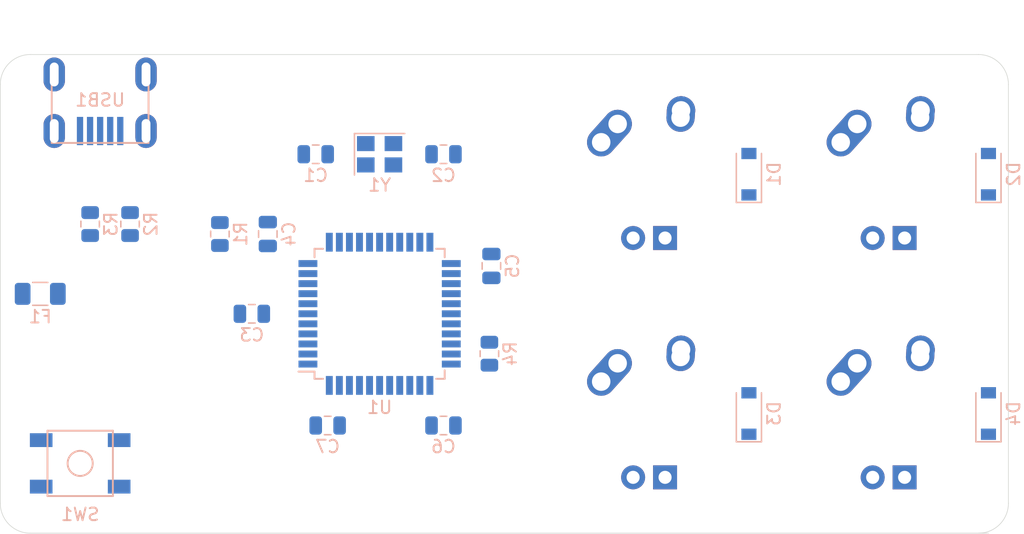
<source format=kicad_pcb>
(kicad_pcb (version 20171130) (host pcbnew "(5.1.4)-1")

  (general
    (thickness 1.6)
    (drawings 8)
    (tracks 0)
    (zones 0)
    (modules 24)
    (nets 49)
  )

  (page A4)
  (layers
    (0 F.Cu signal)
    (31 B.Cu signal)
    (32 B.Adhes user)
    (33 F.Adhes user)
    (34 B.Paste user)
    (35 F.Paste user)
    (36 B.SilkS user)
    (37 F.SilkS user)
    (38 B.Mask user)
    (39 F.Mask user)
    (40 Dwgs.User user)
    (41 Cmts.User user)
    (42 Eco1.User user)
    (43 Eco2.User user)
    (44 Edge.Cuts user)
    (45 Margin user)
    (46 B.CrtYd user)
    (47 F.CrtYd user)
    (48 B.Fab user)
    (49 F.Fab user)
  )

  (setup
    (last_trace_width 0.254)
    (trace_clearance 0.2)
    (zone_clearance 0.508)
    (zone_45_only no)
    (trace_min 0.2)
    (via_size 0.8)
    (via_drill 0.4)
    (via_min_size 0.4)
    (via_min_drill 0.3)
    (uvia_size 0.3)
    (uvia_drill 0.1)
    (uvias_allowed no)
    (uvia_min_size 0.2)
    (uvia_min_drill 0.1)
    (edge_width 0.05)
    (segment_width 0.2)
    (pcb_text_width 0.3)
    (pcb_text_size 1.5 1.5)
    (mod_edge_width 0.12)
    (mod_text_size 1 1)
    (mod_text_width 0.15)
    (pad_size 1.524 1.524)
    (pad_drill 0.762)
    (pad_to_mask_clearance 0.051)
    (solder_mask_min_width 0.25)
    (aux_axis_origin 0 0)
    (visible_elements 7FFFFFFF)
    (pcbplotparams
      (layerselection 0x010fc_ffffffff)
      (usegerberextensions false)
      (usegerberattributes false)
      (usegerberadvancedattributes false)
      (creategerberjobfile false)
      (excludeedgelayer true)
      (linewidth 0.100000)
      (plotframeref false)
      (viasonmask false)
      (mode 1)
      (useauxorigin false)
      (hpglpennumber 1)
      (hpglpenspeed 20)
      (hpglpendiameter 15.000000)
      (psnegative false)
      (psa4output false)
      (plotreference true)
      (plotvalue true)
      (plotinvisibletext false)
      (padsonsilk false)
      (subtractmaskfromsilk false)
      (outputformat 1)
      (mirror false)
      (drillshape 1)
      (scaleselection 1)
      (outputdirectory ""))
  )

  (net 0 "")
  (net 1 "Net-(C1-Pad2)")
  (net 2 GND)
  (net 3 "Net-(C2-Pad2)")
  (net 4 "Net-(C3-Pad1)")
  (net 5 +5V)
  (net 6 "Net-(D1-Pad2)")
  (net 7 ROW0)
  (net 8 "Net-(D2-Pad2)")
  (net 9 "Net-(D3-Pad2)")
  (net 10 ROW1)
  (net 11 "Net-(D4-Pad2)")
  (net 12 VCC)
  (net 13 COL0)
  (net 14 COL1)
  (net 15 "Net-(R1-Pad2)")
  (net 16 D+)
  (net 17 "Net-(R2-Pad1)")
  (net 18 D-)
  (net 19 "Net-(R3-Pad1)")
  (net 20 "Net-(R4-Pad2)")
  (net 21 "Net-(U1-Pad42)")
  (net 22 "Net-(U1-Pad41)")
  (net 23 "Net-(U1-Pad40)")
  (net 24 "Net-(U1-Pad39)")
  (net 25 "Net-(U1-Pad38)")
  (net 26 "Net-(U1-Pad37)")
  (net 27 "Net-(U1-Pad36)")
  (net 28 "Net-(U1-Pad32)")
  (net 29 "Net-(U1-Pad31)")
  (net 30 "Net-(U1-Pad30)")
  (net 31 "Net-(U1-Pad29)")
  (net 32 "Net-(U1-Pad28)")
  (net 33 "Net-(U1-Pad27)")
  (net 34 "Net-(U1-Pad26)")
  (net 35 "Net-(U1-Pad25)")
  (net 36 "Net-(U1-Pad22)")
  (net 37 "Net-(U1-Pad21)")
  (net 38 "Net-(U1-Pad20)")
  (net 39 "Net-(U1-Pad19)")
  (net 40 "Net-(U1-Pad18)")
  (net 41 "Net-(U1-Pad12)")
  (net 42 "Net-(U1-Pad11)")
  (net 43 "Net-(U1-Pad10)")
  (net 44 "Net-(U1-Pad9)")
  (net 45 "Net-(U1-Pad8)")
  (net 46 "Net-(U1-Pad1)")
  (net 47 "Net-(USB1-Pad6)")
  (net 48 "Net-(USB1-Pad2)")

  (net_class Default "This is the default net class."
    (clearance 0.2)
    (trace_width 0.254)
    (via_dia 0.8)
    (via_drill 0.4)
    (uvia_dia 0.3)
    (uvia_drill 0.1)
    (add_net +5V)
    (add_net COL0)
    (add_net COL1)
    (add_net D+)
    (add_net D-)
    (add_net GND)
    (add_net "Net-(C1-Pad2)")
    (add_net "Net-(C2-Pad2)")
    (add_net "Net-(C3-Pad1)")
    (add_net "Net-(D1-Pad2)")
    (add_net "Net-(D2-Pad2)")
    (add_net "Net-(D3-Pad2)")
    (add_net "Net-(D4-Pad2)")
    (add_net "Net-(R1-Pad2)")
    (add_net "Net-(R2-Pad1)")
    (add_net "Net-(R3-Pad1)")
    (add_net "Net-(R4-Pad2)")
    (add_net "Net-(U1-Pad1)")
    (add_net "Net-(U1-Pad10)")
    (add_net "Net-(U1-Pad11)")
    (add_net "Net-(U1-Pad12)")
    (add_net "Net-(U1-Pad18)")
    (add_net "Net-(U1-Pad19)")
    (add_net "Net-(U1-Pad20)")
    (add_net "Net-(U1-Pad21)")
    (add_net "Net-(U1-Pad22)")
    (add_net "Net-(U1-Pad25)")
    (add_net "Net-(U1-Pad26)")
    (add_net "Net-(U1-Pad27)")
    (add_net "Net-(U1-Pad28)")
    (add_net "Net-(U1-Pad29)")
    (add_net "Net-(U1-Pad30)")
    (add_net "Net-(U1-Pad31)")
    (add_net "Net-(U1-Pad32)")
    (add_net "Net-(U1-Pad36)")
    (add_net "Net-(U1-Pad37)")
    (add_net "Net-(U1-Pad38)")
    (add_net "Net-(U1-Pad39)")
    (add_net "Net-(U1-Pad40)")
    (add_net "Net-(U1-Pad41)")
    (add_net "Net-(U1-Pad42)")
    (add_net "Net-(U1-Pad8)")
    (add_net "Net-(U1-Pad9)")
    (add_net "Net-(USB1-Pad2)")
    (add_net "Net-(USB1-Pad6)")
    (add_net ROW0)
    (add_net ROW1)
    (add_net VCC)
  )

  (net_class Power ""
    (clearance 0.2)
    (trace_width 0.381)
    (via_dia 0.8)
    (via_drill 0.4)
    (uvia_dia 0.3)
    (uvia_drill 0.1)
  )

  (module random-keyboard-parts:Molex-0548190589 (layer B.Cu) (tedit 5C494815) (tstamp 600C696B)
    (at 82.55 46.0375 270)
    (path /601012E0)
    (attr smd)
    (fp_text reference USB1 (at 2.032 0 180) (layer B.SilkS)
      (effects (font (size 1 1) (thickness 0.15)) (justify mirror))
    )
    (fp_text value Molex-0548190589 (at -5.08 0 180) (layer Dwgs.User)
      (effects (font (size 1 1) (thickness 0.15)))
    )
    (fp_text user %R (at 2 0 180) (layer B.CrtYd)
      (effects (font (size 1 1) (thickness 0.15)) (justify mirror))
    )
    (fp_line (start 3.25 1.25) (end 5.5 1.25) (layer B.CrtYd) (width 0.15))
    (fp_line (start 5.5 0.5) (end 3.25 0.5) (layer B.CrtYd) (width 0.15))
    (fp_line (start 3.25 -0.5) (end 5.5 -0.5) (layer B.CrtYd) (width 0.15))
    (fp_line (start 5.5 -1.25) (end 3.25 -1.25) (layer B.CrtYd) (width 0.15))
    (fp_line (start 3.25 -2) (end 5.5 -2) (layer B.CrtYd) (width 0.15))
    (fp_line (start 3.25 2) (end 3.25 -2) (layer B.CrtYd) (width 0.15))
    (fp_line (start 5.5 2) (end 3.25 2) (layer B.CrtYd) (width 0.15))
    (fp_line (start -3.75 -3.75) (end -3.75 3.75) (layer B.CrtYd) (width 0.15))
    (fp_line (start 5.5 -3.75) (end -3.75 -3.75) (layer B.CrtYd) (width 0.15))
    (fp_line (start 5.5 3.75) (end 5.5 -3.75) (layer B.CrtYd) (width 0.15))
    (fp_line (start -3.75 3.75) (end 5.5 3.75) (layer B.CrtYd) (width 0.15))
    (fp_line (start 0 3.85) (end 5.45 3.85) (layer B.SilkS) (width 0.15))
    (fp_line (start 0 -3.85) (end 5.45 -3.85) (layer B.SilkS) (width 0.15))
    (fp_line (start 5.45 3.85) (end 5.45 -3.85) (layer B.SilkS) (width 0.15))
    (fp_line (start -3.75 3.85) (end 0 3.85) (layer Dwgs.User) (width 0.15))
    (fp_line (start -3.75 -3.85) (end 0 -3.85) (layer Dwgs.User) (width 0.15))
    (fp_line (start -1.75 4.572) (end -1.75 -4.572) (layer Dwgs.User) (width 0.15))
    (fp_line (start -3.75 3.85) (end -3.75 -3.85) (layer Dwgs.User) (width 0.15))
    (pad 6 thru_hole oval (at 0 3.65 270) (size 2.7 1.7) (drill oval 1.9 0.7) (layers *.Cu *.Mask)
      (net 47 "Net-(USB1-Pad6)"))
    (pad 6 thru_hole oval (at 0 -3.65 270) (size 2.7 1.7) (drill oval 1.9 0.7) (layers *.Cu *.Mask)
      (net 47 "Net-(USB1-Pad6)"))
    (pad 6 thru_hole oval (at 4.5 -3.65 270) (size 2.7 1.7) (drill oval 1.9 0.7) (layers *.Cu *.Mask)
      (net 47 "Net-(USB1-Pad6)"))
    (pad 6 thru_hole oval (at 4.5 3.65 270) (size 2.7 1.7) (drill oval 1.9 0.7) (layers *.Cu *.Mask)
      (net 47 "Net-(USB1-Pad6)"))
    (pad 5 smd rect (at 4.5 1.6 270) (size 2.25 0.5) (layers B.Cu B.Paste B.Mask)
      (net 12 VCC))
    (pad 4 smd rect (at 4.5 0.8 270) (size 2.25 0.5) (layers B.Cu B.Paste B.Mask)
      (net 18 D-))
    (pad 3 smd rect (at 4.5 0 270) (size 2.25 0.5) (layers B.Cu B.Paste B.Mask)
      (net 16 D+))
    (pad 2 smd rect (at 4.5 -0.8 270) (size 2.25 0.5) (layers B.Cu B.Paste B.Mask)
      (net 48 "Net-(USB1-Pad2)"))
    (pad 1 smd rect (at 4.5 -1.6 270) (size 2.25 0.5) (layers B.Cu B.Paste B.Mask)
      (net 2 GND))
  )

  (module MX_Alps_Hybrid:MX-1U (layer F.Cu) (tedit 5A9F3A9A) (tstamp 600C6861)
    (at 145.25625 53.975)
    (path /60119803)
    (fp_text reference MX2 (at 0 3.175) (layer Dwgs.User)
      (effects (font (size 1 1) (thickness 0.15)))
    )
    (fp_text value MX-NoLED (at 0 -7.9375) (layer Dwgs.User)
      (effects (font (size 1 1) (thickness 0.15)))
    )
    (fp_line (start -9.525 9.525) (end -9.525 -9.525) (layer Dwgs.User) (width 0.15))
    (fp_line (start 9.525 9.525) (end -9.525 9.525) (layer Dwgs.User) (width 0.15))
    (fp_line (start 9.525 -9.525) (end 9.525 9.525) (layer Dwgs.User) (width 0.15))
    (fp_line (start -9.525 -9.525) (end 9.525 -9.525) (layer Dwgs.User) (width 0.15))
    (fp_line (start -7 -7) (end -7 -5) (layer Dwgs.User) (width 0.15))
    (fp_line (start -5 -7) (end -7 -7) (layer Dwgs.User) (width 0.15))
    (fp_line (start -7 7) (end -5 7) (layer Dwgs.User) (width 0.15))
    (fp_line (start -7 5) (end -7 7) (layer Dwgs.User) (width 0.15))
    (fp_line (start 7 7) (end 7 5) (layer Dwgs.User) (width 0.15))
    (fp_line (start 5 7) (end 7 7) (layer Dwgs.User) (width 0.15))
    (fp_line (start 7 -7) (end 7 -5) (layer Dwgs.User) (width 0.15))
    (fp_line (start 5 -7) (end 7 -7) (layer Dwgs.User) (width 0.15))
    (pad "" np_thru_hole circle (at 5.08 0 48.0996) (size 1.75 1.75) (drill 1.75) (layers *.Cu *.Mask))
    (pad "" np_thru_hole circle (at -5.08 0 48.0996) (size 1.75 1.75) (drill 1.75) (layers *.Cu *.Mask))
    (pad 4 thru_hole rect (at 1.27 5.08) (size 1.905 1.905) (drill 1.04) (layers *.Cu B.Mask))
    (pad 3 thru_hole circle (at -1.27 5.08) (size 1.905 1.905) (drill 1.04) (layers *.Cu B.Mask))
    (pad 1 thru_hole circle (at -2.5 -4) (size 2.25 2.25) (drill 1.47) (layers *.Cu B.Mask)
      (net 13 COL0))
    (pad "" np_thru_hole circle (at 0 0) (size 3.9878 3.9878) (drill 3.9878) (layers *.Cu *.Mask))
    (pad 1 thru_hole oval (at -3.81 -2.54 48.0996) (size 4.211556 2.25) (drill 1.47 (offset 0.980778 0)) (layers *.Cu B.Mask)
      (net 13 COL0))
    (pad 2 thru_hole circle (at 2.54 -5.08) (size 2.25 2.25) (drill 1.47) (layers *.Cu B.Mask)
      (net 9 "Net-(D3-Pad2)"))
    (pad 2 thru_hole oval (at 2.5 -4.5 86.0548) (size 2.831378 2.25) (drill 1.47 (offset 0.290689 0)) (layers *.Cu B.Mask)
      (net 9 "Net-(D3-Pad2)"))
  )

  (module MX_Alps_Hybrid:MX-1U (layer F.Cu) (tedit 5A9F3A9A) (tstamp 600C688F)
    (at 145.25625 73.025)
    (path /60120150)
    (fp_text reference MX4 (at 0 3.175) (layer Dwgs.User)
      (effects (font (size 1 1) (thickness 0.15)))
    )
    (fp_text value MX-NoLED (at 0 -7.9375) (layer Dwgs.User)
      (effects (font (size 1 1) (thickness 0.15)))
    )
    (fp_line (start -9.525 9.525) (end -9.525 -9.525) (layer Dwgs.User) (width 0.15))
    (fp_line (start 9.525 9.525) (end -9.525 9.525) (layer Dwgs.User) (width 0.15))
    (fp_line (start 9.525 -9.525) (end 9.525 9.525) (layer Dwgs.User) (width 0.15))
    (fp_line (start -9.525 -9.525) (end 9.525 -9.525) (layer Dwgs.User) (width 0.15))
    (fp_line (start -7 -7) (end -7 -5) (layer Dwgs.User) (width 0.15))
    (fp_line (start -5 -7) (end -7 -7) (layer Dwgs.User) (width 0.15))
    (fp_line (start -7 7) (end -5 7) (layer Dwgs.User) (width 0.15))
    (fp_line (start -7 5) (end -7 7) (layer Dwgs.User) (width 0.15))
    (fp_line (start 7 7) (end 7 5) (layer Dwgs.User) (width 0.15))
    (fp_line (start 5 7) (end 7 7) (layer Dwgs.User) (width 0.15))
    (fp_line (start 7 -7) (end 7 -5) (layer Dwgs.User) (width 0.15))
    (fp_line (start 5 -7) (end 7 -7) (layer Dwgs.User) (width 0.15))
    (pad "" np_thru_hole circle (at 5.08 0 48.0996) (size 1.75 1.75) (drill 1.75) (layers *.Cu *.Mask))
    (pad "" np_thru_hole circle (at -5.08 0 48.0996) (size 1.75 1.75) (drill 1.75) (layers *.Cu *.Mask))
    (pad 4 thru_hole rect (at 1.27 5.08) (size 1.905 1.905) (drill 1.04) (layers *.Cu B.Mask))
    (pad 3 thru_hole circle (at -1.27 5.08) (size 1.905 1.905) (drill 1.04) (layers *.Cu B.Mask))
    (pad 1 thru_hole circle (at -2.5 -4) (size 2.25 2.25) (drill 1.47) (layers *.Cu B.Mask)
      (net 14 COL1))
    (pad "" np_thru_hole circle (at 0 0) (size 3.9878 3.9878) (drill 3.9878) (layers *.Cu *.Mask))
    (pad 1 thru_hole oval (at -3.81 -2.54 48.0996) (size 4.211556 2.25) (drill 1.47 (offset 0.980778 0)) (layers *.Cu B.Mask)
      (net 14 COL1))
    (pad 2 thru_hole circle (at 2.54 -5.08) (size 2.25 2.25) (drill 1.47) (layers *.Cu B.Mask)
      (net 11 "Net-(D4-Pad2)"))
    (pad 2 thru_hole oval (at 2.5 -4.5 86.0548) (size 2.831378 2.25) (drill 1.47 (offset 0.290689 0)) (layers *.Cu B.Mask)
      (net 11 "Net-(D4-Pad2)"))
  )

  (module MX_Alps_Hybrid:MX-1U (layer F.Cu) (tedit 5A9F3A9A) (tstamp 600C684A)
    (at 126.20625 53.975)
    (path /6010F492)
    (fp_text reference MX1 (at 0 3.175) (layer Dwgs.User)
      (effects (font (size 1 1) (thickness 0.15)))
    )
    (fp_text value MX-NoLED (at 0 -7.9375) (layer Dwgs.User)
      (effects (font (size 1 1) (thickness 0.15)))
    )
    (fp_line (start -9.525 9.525) (end -9.525 -9.525) (layer Dwgs.User) (width 0.15))
    (fp_line (start 9.525 9.525) (end -9.525 9.525) (layer Dwgs.User) (width 0.15))
    (fp_line (start 9.525 -9.525) (end 9.525 9.525) (layer Dwgs.User) (width 0.15))
    (fp_line (start -9.525 -9.525) (end 9.525 -9.525) (layer Dwgs.User) (width 0.15))
    (fp_line (start -7 -7) (end -7 -5) (layer Dwgs.User) (width 0.15))
    (fp_line (start -5 -7) (end -7 -7) (layer Dwgs.User) (width 0.15))
    (fp_line (start -7 7) (end -5 7) (layer Dwgs.User) (width 0.15))
    (fp_line (start -7 5) (end -7 7) (layer Dwgs.User) (width 0.15))
    (fp_line (start 7 7) (end 7 5) (layer Dwgs.User) (width 0.15))
    (fp_line (start 5 7) (end 7 7) (layer Dwgs.User) (width 0.15))
    (fp_line (start 7 -7) (end 7 -5) (layer Dwgs.User) (width 0.15))
    (fp_line (start 5 -7) (end 7 -7) (layer Dwgs.User) (width 0.15))
    (pad "" np_thru_hole circle (at 5.08 0 48.0996) (size 1.75 1.75) (drill 1.75) (layers *.Cu *.Mask))
    (pad "" np_thru_hole circle (at -5.08 0 48.0996) (size 1.75 1.75) (drill 1.75) (layers *.Cu *.Mask))
    (pad 4 thru_hole rect (at 1.27 5.08) (size 1.905 1.905) (drill 1.04) (layers *.Cu B.Mask))
    (pad 3 thru_hole circle (at -1.27 5.08) (size 1.905 1.905) (drill 1.04) (layers *.Cu B.Mask))
    (pad 1 thru_hole circle (at -2.5 -4) (size 2.25 2.25) (drill 1.47) (layers *.Cu B.Mask)
      (net 13 COL0))
    (pad "" np_thru_hole circle (at 0 0) (size 3.9878 3.9878) (drill 3.9878) (layers *.Cu *.Mask))
    (pad 1 thru_hole oval (at -3.81 -2.54 48.0996) (size 4.211556 2.25) (drill 1.47 (offset 0.980778 0)) (layers *.Cu B.Mask)
      (net 13 COL0))
    (pad 2 thru_hole circle (at 2.54 -5.08) (size 2.25 2.25) (drill 1.47) (layers *.Cu B.Mask)
      (net 6 "Net-(D1-Pad2)"))
    (pad 2 thru_hole oval (at 2.5 -4.5 86.0548) (size 2.831378 2.25) (drill 1.47 (offset 0.290689 0)) (layers *.Cu B.Mask)
      (net 6 "Net-(D1-Pad2)"))
  )

  (module MX_Alps_Hybrid:MX-1U (layer F.Cu) (tedit 5A9F3A9A) (tstamp 600C6878)
    (at 126.20625 73.025)
    (path /6011F1F5)
    (fp_text reference MX3 (at 0 3.175) (layer Dwgs.User)
      (effects (font (size 1 1) (thickness 0.15)))
    )
    (fp_text value MX-NoLED (at 0 -7.9375) (layer Dwgs.User)
      (effects (font (size 1 1) (thickness 0.15)))
    )
    (fp_line (start -9.525 9.525) (end -9.525 -9.525) (layer Dwgs.User) (width 0.15))
    (fp_line (start 9.525 9.525) (end -9.525 9.525) (layer Dwgs.User) (width 0.15))
    (fp_line (start 9.525 -9.525) (end 9.525 9.525) (layer Dwgs.User) (width 0.15))
    (fp_line (start -9.525 -9.525) (end 9.525 -9.525) (layer Dwgs.User) (width 0.15))
    (fp_line (start -7 -7) (end -7 -5) (layer Dwgs.User) (width 0.15))
    (fp_line (start -5 -7) (end -7 -7) (layer Dwgs.User) (width 0.15))
    (fp_line (start -7 7) (end -5 7) (layer Dwgs.User) (width 0.15))
    (fp_line (start -7 5) (end -7 7) (layer Dwgs.User) (width 0.15))
    (fp_line (start 7 7) (end 7 5) (layer Dwgs.User) (width 0.15))
    (fp_line (start 5 7) (end 7 7) (layer Dwgs.User) (width 0.15))
    (fp_line (start 7 -7) (end 7 -5) (layer Dwgs.User) (width 0.15))
    (fp_line (start 5 -7) (end 7 -7) (layer Dwgs.User) (width 0.15))
    (pad "" np_thru_hole circle (at 5.08 0 48.0996) (size 1.75 1.75) (drill 1.75) (layers *.Cu *.Mask))
    (pad "" np_thru_hole circle (at -5.08 0 48.0996) (size 1.75 1.75) (drill 1.75) (layers *.Cu *.Mask))
    (pad 4 thru_hole rect (at 1.27 5.08) (size 1.905 1.905) (drill 1.04) (layers *.Cu B.Mask))
    (pad 3 thru_hole circle (at -1.27 5.08) (size 1.905 1.905) (drill 1.04) (layers *.Cu B.Mask))
    (pad 1 thru_hole circle (at -2.5 -4) (size 2.25 2.25) (drill 1.47) (layers *.Cu B.Mask)
      (net 14 COL1))
    (pad "" np_thru_hole circle (at 0 0) (size 3.9878 3.9878) (drill 3.9878) (layers *.Cu *.Mask))
    (pad 1 thru_hole oval (at -3.81 -2.54 48.0996) (size 4.211556 2.25) (drill 1.47 (offset 0.980778 0)) (layers *.Cu B.Mask)
      (net 14 COL1))
    (pad 2 thru_hole circle (at 2.54 -5.08) (size 2.25 2.25) (drill 1.47) (layers *.Cu B.Mask)
      (net 8 "Net-(D2-Pad2)"))
    (pad 2 thru_hole oval (at 2.5 -4.5 86.0548) (size 2.831378 2.25) (drill 1.47 (offset 0.290689 0)) (layers *.Cu B.Mask)
      (net 8 "Net-(D2-Pad2)"))
  )

  (module Diode_SMD:D_SOD-123 (layer B.Cu) (tedit 58645DC7) (tstamp 600C6822)
    (at 153.19375 73.025 90)
    (descr SOD-123)
    (tags SOD-123)
    (path /6013A2B8)
    (attr smd)
    (fp_text reference D4 (at 0 2 270) (layer B.SilkS)
      (effects (font (size 1 1) (thickness 0.15)) (justify mirror))
    )
    (fp_text value D_Small (at 0 -2.1 270) (layer B.Fab)
      (effects (font (size 1 1) (thickness 0.15)) (justify mirror))
    )
    (fp_line (start -2.25 1) (end 1.65 1) (layer B.SilkS) (width 0.12))
    (fp_line (start -2.25 -1) (end 1.65 -1) (layer B.SilkS) (width 0.12))
    (fp_line (start -2.35 1.15) (end -2.35 -1.15) (layer B.CrtYd) (width 0.05))
    (fp_line (start 2.35 -1.15) (end -2.35 -1.15) (layer B.CrtYd) (width 0.05))
    (fp_line (start 2.35 1.15) (end 2.35 -1.15) (layer B.CrtYd) (width 0.05))
    (fp_line (start -2.35 1.15) (end 2.35 1.15) (layer B.CrtYd) (width 0.05))
    (fp_line (start -1.4 0.9) (end 1.4 0.9) (layer B.Fab) (width 0.1))
    (fp_line (start 1.4 0.9) (end 1.4 -0.9) (layer B.Fab) (width 0.1))
    (fp_line (start 1.4 -0.9) (end -1.4 -0.9) (layer B.Fab) (width 0.1))
    (fp_line (start -1.4 -0.9) (end -1.4 0.9) (layer B.Fab) (width 0.1))
    (fp_line (start -0.75 0) (end -0.35 0) (layer B.Fab) (width 0.1))
    (fp_line (start -0.35 0) (end -0.35 0.55) (layer B.Fab) (width 0.1))
    (fp_line (start -0.35 0) (end -0.35 -0.55) (layer B.Fab) (width 0.1))
    (fp_line (start -0.35 0) (end 0.25 0.4) (layer B.Fab) (width 0.1))
    (fp_line (start 0.25 0.4) (end 0.25 -0.4) (layer B.Fab) (width 0.1))
    (fp_line (start 0.25 -0.4) (end -0.35 0) (layer B.Fab) (width 0.1))
    (fp_line (start 0.25 0) (end 0.75 0) (layer B.Fab) (width 0.1))
    (fp_line (start -2.25 1) (end -2.25 -1) (layer B.SilkS) (width 0.12))
    (fp_text user %R (at 0 2 270) (layer B.Fab)
      (effects (font (size 1 1) (thickness 0.15)) (justify mirror))
    )
    (pad 2 smd rect (at 1.65 0 90) (size 0.9 1.2) (layers B.Cu B.Paste B.Mask)
      (net 11 "Net-(D4-Pad2)"))
    (pad 1 smd rect (at -1.65 0 90) (size 0.9 1.2) (layers B.Cu B.Paste B.Mask)
      (net 10 ROW1))
    (model ${KISYS3DMOD}/Diode_SMD.3dshapes/D_SOD-123.wrl
      (at (xyz 0 0 0))
      (scale (xyz 1 1 1))
      (rotate (xyz 0 0 0))
    )
  )

  (module Diode_SMD:D_SOD-123 (layer B.Cu) (tedit 58645DC7) (tstamp 600C67D7)
    (at 134.14375 53.975 90)
    (descr SOD-123)
    (tags SOD-123)
    (path /601103F9)
    (attr smd)
    (fp_text reference D1 (at 0 2 270) (layer B.SilkS)
      (effects (font (size 1 1) (thickness 0.15)) (justify mirror))
    )
    (fp_text value D_Small (at 0 -2.1 270) (layer B.Fab)
      (effects (font (size 1 1) (thickness 0.15)) (justify mirror))
    )
    (fp_line (start -2.25 1) (end 1.65 1) (layer B.SilkS) (width 0.12))
    (fp_line (start -2.25 -1) (end 1.65 -1) (layer B.SilkS) (width 0.12))
    (fp_line (start -2.35 1.15) (end -2.35 -1.15) (layer B.CrtYd) (width 0.05))
    (fp_line (start 2.35 -1.15) (end -2.35 -1.15) (layer B.CrtYd) (width 0.05))
    (fp_line (start 2.35 1.15) (end 2.35 -1.15) (layer B.CrtYd) (width 0.05))
    (fp_line (start -2.35 1.15) (end 2.35 1.15) (layer B.CrtYd) (width 0.05))
    (fp_line (start -1.4 0.9) (end 1.4 0.9) (layer B.Fab) (width 0.1))
    (fp_line (start 1.4 0.9) (end 1.4 -0.9) (layer B.Fab) (width 0.1))
    (fp_line (start 1.4 -0.9) (end -1.4 -0.9) (layer B.Fab) (width 0.1))
    (fp_line (start -1.4 -0.9) (end -1.4 0.9) (layer B.Fab) (width 0.1))
    (fp_line (start -0.75 0) (end -0.35 0) (layer B.Fab) (width 0.1))
    (fp_line (start -0.35 0) (end -0.35 0.55) (layer B.Fab) (width 0.1))
    (fp_line (start -0.35 0) (end -0.35 -0.55) (layer B.Fab) (width 0.1))
    (fp_line (start -0.35 0) (end 0.25 0.4) (layer B.Fab) (width 0.1))
    (fp_line (start 0.25 0.4) (end 0.25 -0.4) (layer B.Fab) (width 0.1))
    (fp_line (start 0.25 -0.4) (end -0.35 0) (layer B.Fab) (width 0.1))
    (fp_line (start 0.25 0) (end 0.75 0) (layer B.Fab) (width 0.1))
    (fp_line (start -2.25 1) (end -2.25 -1) (layer B.SilkS) (width 0.12))
    (fp_text user %R (at 0 2 270) (layer B.Fab)
      (effects (font (size 1 1) (thickness 0.15)) (justify mirror))
    )
    (pad 2 smd rect (at 1.65 0 90) (size 0.9 1.2) (layers B.Cu B.Paste B.Mask)
      (net 6 "Net-(D1-Pad2)"))
    (pad 1 smd rect (at -1.65 0 90) (size 0.9 1.2) (layers B.Cu B.Paste B.Mask)
      (net 7 ROW0))
    (model ${KISYS3DMOD}/Diode_SMD.3dshapes/D_SOD-123.wrl
      (at (xyz 0 0 0))
      (scale (xyz 1 1 1))
      (rotate (xyz 0 0 0))
    )
  )

  (module Diode_SMD:D_SOD-123 (layer B.Cu) (tedit 58645DC7) (tstamp 600C6329)
    (at 153.19375 53.975 90)
    (descr SOD-123)
    (tags SOD-123)
    (path /60139A4C)
    (attr smd)
    (fp_text reference D2 (at 0 2 270) (layer B.SilkS)
      (effects (font (size 1 1) (thickness 0.15)) (justify mirror))
    )
    (fp_text value D_Small (at 0 -2.1 270) (layer B.Fab)
      (effects (font (size 1 1) (thickness 0.15)) (justify mirror))
    )
    (fp_line (start -2.25 1) (end 1.65 1) (layer B.SilkS) (width 0.12))
    (fp_line (start -2.25 -1) (end 1.65 -1) (layer B.SilkS) (width 0.12))
    (fp_line (start -2.35 1.15) (end -2.35 -1.15) (layer B.CrtYd) (width 0.05))
    (fp_line (start 2.35 -1.15) (end -2.35 -1.15) (layer B.CrtYd) (width 0.05))
    (fp_line (start 2.35 1.15) (end 2.35 -1.15) (layer B.CrtYd) (width 0.05))
    (fp_line (start -2.35 1.15) (end 2.35 1.15) (layer B.CrtYd) (width 0.05))
    (fp_line (start -1.4 0.9) (end 1.4 0.9) (layer B.Fab) (width 0.1))
    (fp_line (start 1.4 0.9) (end 1.4 -0.9) (layer B.Fab) (width 0.1))
    (fp_line (start 1.4 -0.9) (end -1.4 -0.9) (layer B.Fab) (width 0.1))
    (fp_line (start -1.4 -0.9) (end -1.4 0.9) (layer B.Fab) (width 0.1))
    (fp_line (start -0.75 0) (end -0.35 0) (layer B.Fab) (width 0.1))
    (fp_line (start -0.35 0) (end -0.35 0.55) (layer B.Fab) (width 0.1))
    (fp_line (start -0.35 0) (end -0.35 -0.55) (layer B.Fab) (width 0.1))
    (fp_line (start -0.35 0) (end 0.25 0.4) (layer B.Fab) (width 0.1))
    (fp_line (start 0.25 0.4) (end 0.25 -0.4) (layer B.Fab) (width 0.1))
    (fp_line (start 0.25 -0.4) (end -0.35 0) (layer B.Fab) (width 0.1))
    (fp_line (start 0.25 0) (end 0.75 0) (layer B.Fab) (width 0.1))
    (fp_line (start -2.25 1) (end -2.25 -1) (layer B.SilkS) (width 0.12))
    (fp_text user %R (at 0 2 270) (layer B.Fab)
      (effects (font (size 1 1) (thickness 0.15)) (justify mirror))
    )
    (pad 2 smd rect (at 1.65 0 90) (size 0.9 1.2) (layers B.Cu B.Paste B.Mask)
      (net 8 "Net-(D2-Pad2)"))
    (pad 1 smd rect (at -1.65 0 90) (size 0.9 1.2) (layers B.Cu B.Paste B.Mask)
      (net 7 ROW0))
    (model ${KISYS3DMOD}/Diode_SMD.3dshapes/D_SOD-123.wrl
      (at (xyz 0 0 0))
      (scale (xyz 1 1 1))
      (rotate (xyz 0 0 0))
    )
  )

  (module Diode_SMD:D_SOD-123 (layer B.Cu) (tedit 58645DC7) (tstamp 600C6809)
    (at 134.14375 73.025 90)
    (descr SOD-123)
    (tags SOD-123)
    (path /6013AC4B)
    (attr smd)
    (fp_text reference D3 (at 0 2 270) (layer B.SilkS)
      (effects (font (size 1 1) (thickness 0.15)) (justify mirror))
    )
    (fp_text value D_Small (at 0 -2.1 270) (layer B.Fab)
      (effects (font (size 1 1) (thickness 0.15)) (justify mirror))
    )
    (fp_line (start -2.25 1) (end 1.65 1) (layer B.SilkS) (width 0.12))
    (fp_line (start -2.25 -1) (end 1.65 -1) (layer B.SilkS) (width 0.12))
    (fp_line (start -2.35 1.15) (end -2.35 -1.15) (layer B.CrtYd) (width 0.05))
    (fp_line (start 2.35 -1.15) (end -2.35 -1.15) (layer B.CrtYd) (width 0.05))
    (fp_line (start 2.35 1.15) (end 2.35 -1.15) (layer B.CrtYd) (width 0.05))
    (fp_line (start -2.35 1.15) (end 2.35 1.15) (layer B.CrtYd) (width 0.05))
    (fp_line (start -1.4 0.9) (end 1.4 0.9) (layer B.Fab) (width 0.1))
    (fp_line (start 1.4 0.9) (end 1.4 -0.9) (layer B.Fab) (width 0.1))
    (fp_line (start 1.4 -0.9) (end -1.4 -0.9) (layer B.Fab) (width 0.1))
    (fp_line (start -1.4 -0.9) (end -1.4 0.9) (layer B.Fab) (width 0.1))
    (fp_line (start -0.75 0) (end -0.35 0) (layer B.Fab) (width 0.1))
    (fp_line (start -0.35 0) (end -0.35 0.55) (layer B.Fab) (width 0.1))
    (fp_line (start -0.35 0) (end -0.35 -0.55) (layer B.Fab) (width 0.1))
    (fp_line (start -0.35 0) (end 0.25 0.4) (layer B.Fab) (width 0.1))
    (fp_line (start 0.25 0.4) (end 0.25 -0.4) (layer B.Fab) (width 0.1))
    (fp_line (start 0.25 -0.4) (end -0.35 0) (layer B.Fab) (width 0.1))
    (fp_line (start 0.25 0) (end 0.75 0) (layer B.Fab) (width 0.1))
    (fp_line (start -2.25 1) (end -2.25 -1) (layer B.SilkS) (width 0.12))
    (fp_text user %R (at 0 2 270) (layer B.Fab)
      (effects (font (size 1 1) (thickness 0.15)) (justify mirror))
    )
    (pad 2 smd rect (at 1.65 0 90) (size 0.9 1.2) (layers B.Cu B.Paste B.Mask)
      (net 9 "Net-(D3-Pad2)"))
    (pad 1 smd rect (at -1.65 0 90) (size 0.9 1.2) (layers B.Cu B.Paste B.Mask)
      (net 10 ROW1))
    (model ${KISYS3DMOD}/Diode_SMD.3dshapes/D_SOD-123.wrl
      (at (xyz 0 0 0))
      (scale (xyz 1 1 1))
      (rotate (xyz 0 0 0))
    )
  )

  (module Crystal:Crystal_SMD_3225-4Pin_3.2x2.5mm (layer B.Cu) (tedit 5A0FD1B2) (tstamp 600C697F)
    (at 104.775 52.3875)
    (descr "SMD Crystal SERIES SMD3225/4 http://www.txccrystal.com/images/pdf/7m-accuracy.pdf, 3.2x2.5mm^2 package")
    (tags "SMD SMT crystal")
    (path /600DDC5D)
    (attr smd)
    (fp_text reference Y1 (at 0 2.45) (layer B.SilkS)
      (effects (font (size 1 1) (thickness 0.15)) (justify mirror))
    )
    (fp_text value 16mhz (at 0 -2.45) (layer B.Fab)
      (effects (font (size 1 1) (thickness 0.15)) (justify mirror))
    )
    (fp_line (start 2.1 1.7) (end -2.1 1.7) (layer B.CrtYd) (width 0.05))
    (fp_line (start 2.1 -1.7) (end 2.1 1.7) (layer B.CrtYd) (width 0.05))
    (fp_line (start -2.1 -1.7) (end 2.1 -1.7) (layer B.CrtYd) (width 0.05))
    (fp_line (start -2.1 1.7) (end -2.1 -1.7) (layer B.CrtYd) (width 0.05))
    (fp_line (start -2 -1.65) (end 2 -1.65) (layer B.SilkS) (width 0.12))
    (fp_line (start -2 1.65) (end -2 -1.65) (layer B.SilkS) (width 0.12))
    (fp_line (start -1.6 -0.25) (end -0.6 -1.25) (layer B.Fab) (width 0.1))
    (fp_line (start 1.6 1.25) (end -1.6 1.25) (layer B.Fab) (width 0.1))
    (fp_line (start 1.6 -1.25) (end 1.6 1.25) (layer B.Fab) (width 0.1))
    (fp_line (start -1.6 -1.25) (end 1.6 -1.25) (layer B.Fab) (width 0.1))
    (fp_line (start -1.6 1.25) (end -1.6 -1.25) (layer B.Fab) (width 0.1))
    (fp_text user %R (at 0 0) (layer B.Fab)
      (effects (font (size 0.7 0.7) (thickness 0.105)) (justify mirror))
    )
    (pad 4 smd rect (at -1.1 0.85) (size 1.4 1.2) (layers B.Cu B.Paste B.Mask)
      (net 2 GND))
    (pad 3 smd rect (at 1.1 0.85) (size 1.4 1.2) (layers B.Cu B.Paste B.Mask)
      (net 3 "Net-(C2-Pad2)"))
    (pad 2 smd rect (at 1.1 -0.85) (size 1.4 1.2) (layers B.Cu B.Paste B.Mask)
      (net 2 GND))
    (pad 1 smd rect (at -1.1 -0.85) (size 1.4 1.2) (layers B.Cu B.Paste B.Mask)
      (net 1 "Net-(C1-Pad2)"))
    (model ${KISYS3DMOD}/Crystal.3dshapes/Crystal_SMD_3225-4Pin_3.2x2.5mm.wrl
      (at (xyz 0 0 0))
      (scale (xyz 1 1 1))
      (rotate (xyz 0 0 0))
    )
  )

  (module Package_QFP:TQFP-44_10x10mm_P0.8mm (layer B.Cu) (tedit 5A02F146) (tstamp 600C694B)
    (at 104.775 65.0875)
    (descr "44-Lead Plastic Thin Quad Flatpack (PT) - 10x10x1.0 mm Body [TQFP] (see Microchip Packaging Specification 00000049BS.pdf)")
    (tags "QFP 0.8")
    (path /600BF395)
    (attr smd)
    (fp_text reference U1 (at 0 7.45) (layer B.SilkS)
      (effects (font (size 1 1) (thickness 0.15)) (justify mirror))
    )
    (fp_text value ATmega32U4-AU (at 0 -7.45) (layer B.Fab)
      (effects (font (size 1 1) (thickness 0.15)) (justify mirror))
    )
    (fp_line (start -5.175 4.6) (end -6.45 4.6) (layer B.SilkS) (width 0.15))
    (fp_line (start 5.175 5.175) (end 4.5 5.175) (layer B.SilkS) (width 0.15))
    (fp_line (start 5.175 -5.175) (end 4.5 -5.175) (layer B.SilkS) (width 0.15))
    (fp_line (start -5.175 -5.175) (end -4.5 -5.175) (layer B.SilkS) (width 0.15))
    (fp_line (start -5.175 5.175) (end -4.5 5.175) (layer B.SilkS) (width 0.15))
    (fp_line (start -5.175 -5.175) (end -5.175 -4.5) (layer B.SilkS) (width 0.15))
    (fp_line (start 5.175 -5.175) (end 5.175 -4.5) (layer B.SilkS) (width 0.15))
    (fp_line (start 5.175 5.175) (end 5.175 4.5) (layer B.SilkS) (width 0.15))
    (fp_line (start -5.175 5.175) (end -5.175 4.6) (layer B.SilkS) (width 0.15))
    (fp_line (start -6.7 -6.7) (end 6.7 -6.7) (layer B.CrtYd) (width 0.05))
    (fp_line (start -6.7 6.7) (end 6.7 6.7) (layer B.CrtYd) (width 0.05))
    (fp_line (start 6.7 6.7) (end 6.7 -6.7) (layer B.CrtYd) (width 0.05))
    (fp_line (start -6.7 6.7) (end -6.7 -6.7) (layer B.CrtYd) (width 0.05))
    (fp_line (start -5 4) (end -4 5) (layer B.Fab) (width 0.15))
    (fp_line (start -5 -5) (end -5 4) (layer B.Fab) (width 0.15))
    (fp_line (start 5 -5) (end -5 -5) (layer B.Fab) (width 0.15))
    (fp_line (start 5 5) (end 5 -5) (layer B.Fab) (width 0.15))
    (fp_line (start -4 5) (end 5 5) (layer B.Fab) (width 0.15))
    (fp_text user %R (at 0 0) (layer B.Fab)
      (effects (font (size 1 1) (thickness 0.15)) (justify mirror))
    )
    (pad 44 smd rect (at -4 5.7 270) (size 1.5 0.55) (layers B.Cu B.Paste B.Mask)
      (net 5 +5V))
    (pad 43 smd rect (at -3.2 5.7 270) (size 1.5 0.55) (layers B.Cu B.Paste B.Mask)
      (net 2 GND))
    (pad 42 smd rect (at -2.4 5.7 270) (size 1.5 0.55) (layers B.Cu B.Paste B.Mask)
      (net 21 "Net-(U1-Pad42)"))
    (pad 41 smd rect (at -1.6 5.7 270) (size 1.5 0.55) (layers B.Cu B.Paste B.Mask)
      (net 22 "Net-(U1-Pad41)"))
    (pad 40 smd rect (at -0.8 5.7 270) (size 1.5 0.55) (layers B.Cu B.Paste B.Mask)
      (net 23 "Net-(U1-Pad40)"))
    (pad 39 smd rect (at 0 5.7 270) (size 1.5 0.55) (layers B.Cu B.Paste B.Mask)
      (net 24 "Net-(U1-Pad39)"))
    (pad 38 smd rect (at 0.8 5.7 270) (size 1.5 0.55) (layers B.Cu B.Paste B.Mask)
      (net 25 "Net-(U1-Pad38)"))
    (pad 37 smd rect (at 1.6 5.7 270) (size 1.5 0.55) (layers B.Cu B.Paste B.Mask)
      (net 26 "Net-(U1-Pad37)"))
    (pad 36 smd rect (at 2.4 5.7 270) (size 1.5 0.55) (layers B.Cu B.Paste B.Mask)
      (net 27 "Net-(U1-Pad36)"))
    (pad 35 smd rect (at 3.2 5.7 270) (size 1.5 0.55) (layers B.Cu B.Paste B.Mask)
      (net 2 GND))
    (pad 34 smd rect (at 4 5.7 270) (size 1.5 0.55) (layers B.Cu B.Paste B.Mask)
      (net 5 +5V))
    (pad 33 smd rect (at 5.7 4) (size 1.5 0.55) (layers B.Cu B.Paste B.Mask)
      (net 20 "Net-(R4-Pad2)"))
    (pad 32 smd rect (at 5.7 3.2) (size 1.5 0.55) (layers B.Cu B.Paste B.Mask)
      (net 28 "Net-(U1-Pad32)"))
    (pad 31 smd rect (at 5.7 2.4) (size 1.5 0.55) (layers B.Cu B.Paste B.Mask)
      (net 29 "Net-(U1-Pad31)"))
    (pad 30 smd rect (at 5.7 1.6) (size 1.5 0.55) (layers B.Cu B.Paste B.Mask)
      (net 30 "Net-(U1-Pad30)"))
    (pad 29 smd rect (at 5.7 0.8) (size 1.5 0.55) (layers B.Cu B.Paste B.Mask)
      (net 31 "Net-(U1-Pad29)"))
    (pad 28 smd rect (at 5.7 0) (size 1.5 0.55) (layers B.Cu B.Paste B.Mask)
      (net 32 "Net-(U1-Pad28)"))
    (pad 27 smd rect (at 5.7 -0.8) (size 1.5 0.55) (layers B.Cu B.Paste B.Mask)
      (net 33 "Net-(U1-Pad27)"))
    (pad 26 smd rect (at 5.7 -1.6) (size 1.5 0.55) (layers B.Cu B.Paste B.Mask)
      (net 34 "Net-(U1-Pad26)"))
    (pad 25 smd rect (at 5.7 -2.4) (size 1.5 0.55) (layers B.Cu B.Paste B.Mask)
      (net 35 "Net-(U1-Pad25)"))
    (pad 24 smd rect (at 5.7 -3.2) (size 1.5 0.55) (layers B.Cu B.Paste B.Mask)
      (net 5 +5V))
    (pad 23 smd rect (at 5.7 -4) (size 1.5 0.55) (layers B.Cu B.Paste B.Mask)
      (net 2 GND))
    (pad 22 smd rect (at 4 -5.7 270) (size 1.5 0.55) (layers B.Cu B.Paste B.Mask)
      (net 36 "Net-(U1-Pad22)"))
    (pad 21 smd rect (at 3.2 -5.7 270) (size 1.5 0.55) (layers B.Cu B.Paste B.Mask)
      (net 37 "Net-(U1-Pad21)"))
    (pad 20 smd rect (at 2.4 -5.7 270) (size 1.5 0.55) (layers B.Cu B.Paste B.Mask)
      (net 38 "Net-(U1-Pad20)"))
    (pad 19 smd rect (at 1.6 -5.7 270) (size 1.5 0.55) (layers B.Cu B.Paste B.Mask)
      (net 39 "Net-(U1-Pad19)"))
    (pad 18 smd rect (at 0.8 -5.7 270) (size 1.5 0.55) (layers B.Cu B.Paste B.Mask)
      (net 40 "Net-(U1-Pad18)"))
    (pad 17 smd rect (at 0 -5.7 270) (size 1.5 0.55) (layers B.Cu B.Paste B.Mask)
      (net 1 "Net-(C1-Pad2)"))
    (pad 16 smd rect (at -0.8 -5.7 270) (size 1.5 0.55) (layers B.Cu B.Paste B.Mask)
      (net 3 "Net-(C2-Pad2)"))
    (pad 15 smd rect (at -1.6 -5.7 270) (size 1.5 0.55) (layers B.Cu B.Paste B.Mask)
      (net 2 GND))
    (pad 14 smd rect (at -2.4 -5.7 270) (size 1.5 0.55) (layers B.Cu B.Paste B.Mask)
      (net 5 +5V))
    (pad 13 smd rect (at -3.2 -5.7 270) (size 1.5 0.55) (layers B.Cu B.Paste B.Mask)
      (net 15 "Net-(R1-Pad2)"))
    (pad 12 smd rect (at -4 -5.7 270) (size 1.5 0.55) (layers B.Cu B.Paste B.Mask)
      (net 41 "Net-(U1-Pad12)"))
    (pad 11 smd rect (at -5.7 -4) (size 1.5 0.55) (layers B.Cu B.Paste B.Mask)
      (net 42 "Net-(U1-Pad11)"))
    (pad 10 smd rect (at -5.7 -3.2) (size 1.5 0.55) (layers B.Cu B.Paste B.Mask)
      (net 43 "Net-(U1-Pad10)"))
    (pad 9 smd rect (at -5.7 -2.4) (size 1.5 0.55) (layers B.Cu B.Paste B.Mask)
      (net 44 "Net-(U1-Pad9)"))
    (pad 8 smd rect (at -5.7 -1.6) (size 1.5 0.55) (layers B.Cu B.Paste B.Mask)
      (net 45 "Net-(U1-Pad8)"))
    (pad 7 smd rect (at -5.7 -0.8) (size 1.5 0.55) (layers B.Cu B.Paste B.Mask)
      (net 5 +5V))
    (pad 6 smd rect (at -5.7 0) (size 1.5 0.55) (layers B.Cu B.Paste B.Mask)
      (net 4 "Net-(C3-Pad1)"))
    (pad 5 smd rect (at -5.7 0.8) (size 1.5 0.55) (layers B.Cu B.Paste B.Mask)
      (net 2 GND))
    (pad 4 smd rect (at -5.7 1.6) (size 1.5 0.55) (layers B.Cu B.Paste B.Mask)
      (net 17 "Net-(R2-Pad1)"))
    (pad 3 smd rect (at -5.7 2.4) (size 1.5 0.55) (layers B.Cu B.Paste B.Mask)
      (net 19 "Net-(R3-Pad1)"))
    (pad 2 smd rect (at -5.7 3.2) (size 1.5 0.55) (layers B.Cu B.Paste B.Mask)
      (net 5 +5V))
    (pad 1 smd rect (at -5.7 4) (size 1.5 0.55) (layers B.Cu B.Paste B.Mask)
      (net 46 "Net-(U1-Pad1)"))
    (model ${KISYS3DMOD}/Package_QFP.3dshapes/TQFP-44_10x10mm_P0.8mm.wrl
      (at (xyz 0 0 0))
      (scale (xyz 1 1 1))
      (rotate (xyz 0 0 0))
    )
  )

  (module random-keyboard-parts:SKQG-1155865 (layer B.Cu) (tedit 5E62B398) (tstamp 600C6908)
    (at 80.9625 76.99375 180)
    (path /600E9D7B)
    (attr smd)
    (fp_text reference SW1 (at 0 -4.064) (layer B.SilkS)
      (effects (font (size 1 1) (thickness 0.15)) (justify mirror))
    )
    (fp_text value SW_Push (at 0 4.064) (layer B.Fab)
      (effects (font (size 1 1) (thickness 0.15)) (justify mirror))
    )
    (fp_line (start -2.6 2.6) (end 2.6 2.6) (layer B.SilkS) (width 0.15))
    (fp_line (start 2.6 2.6) (end 2.6 -2.6) (layer B.SilkS) (width 0.15))
    (fp_line (start 2.6 -2.6) (end -2.6 -2.6) (layer B.SilkS) (width 0.15))
    (fp_line (start -2.6 -2.6) (end -2.6 2.6) (layer B.SilkS) (width 0.15))
    (fp_circle (center 0 0) (end 1 0) (layer B.SilkS) (width 0.15))
    (fp_line (start -4.2 2.6) (end 4.2 2.6) (layer B.Fab) (width 0.15))
    (fp_line (start 4.2 2.6) (end 4.2 1.2) (layer B.Fab) (width 0.15))
    (fp_line (start 4.2 1.1) (end 2.6 1.1) (layer B.Fab) (width 0.15))
    (fp_line (start 2.6 1.1) (end 2.6 -1.1) (layer B.Fab) (width 0.15))
    (fp_line (start 2.6 -1.1) (end 4.2 -1.1) (layer B.Fab) (width 0.15))
    (fp_line (start 4.2 -1.1) (end 4.2 -2.6) (layer B.Fab) (width 0.15))
    (fp_line (start 4.2 -2.6) (end -4.2 -2.6) (layer B.Fab) (width 0.15))
    (fp_line (start -4.2 -2.6) (end -4.2 -1.1) (layer B.Fab) (width 0.15))
    (fp_line (start -4.2 -1.1) (end -2.6 -1.1) (layer B.Fab) (width 0.15))
    (fp_line (start -2.6 -1.1) (end -2.6 1.1) (layer B.Fab) (width 0.15))
    (fp_line (start -2.6 1.1) (end -4.2 1.1) (layer B.Fab) (width 0.15))
    (fp_line (start -4.2 1.1) (end -4.2 2.6) (layer B.Fab) (width 0.15))
    (fp_circle (center 0 0) (end 1 0) (layer B.Fab) (width 0.15))
    (fp_line (start -2.6 1.1) (end -1.1 2.6) (layer B.Fab) (width 0.15))
    (fp_line (start 2.6 1.1) (end 1.1 2.6) (layer B.Fab) (width 0.15))
    (fp_line (start 2.6 -1.1) (end 1.1 -2.6) (layer B.Fab) (width 0.15))
    (fp_line (start -2.6 -1.1) (end -1.1 -2.6) (layer B.Fab) (width 0.15))
    (pad 4 smd rect (at -3.1 -1.85 180) (size 1.8 1.1) (layers B.Cu B.Paste B.Mask))
    (pad 3 smd rect (at 3.1 1.85 180) (size 1.8 1.1) (layers B.Cu B.Paste B.Mask))
    (pad 2 smd rect (at -3.1 1.85 180) (size 1.8 1.1) (layers B.Cu B.Paste B.Mask)
      (net 15 "Net-(R1-Pad2)"))
    (pad 1 smd rect (at 3.1 -1.85 180) (size 1.8 1.1) (layers B.Cu B.Paste B.Mask)
      (net 2 GND))
    (model ${KISYS3DMOD}/Button_Switch_SMD.3dshapes/SW_SPST_TL3342.step
      (at (xyz 0 0 0))
      (scale (xyz 1 1 1))
      (rotate (xyz 0 0 0))
    )
  )

  (module Resistor_SMD:R_0805_2012Metric (layer B.Cu) (tedit 5F68FEEE) (tstamp 600C68EA)
    (at 113.50625 68.2625 90)
    (descr "Resistor SMD 0805 (2012 Metric), square (rectangular) end terminal, IPC_7351 nominal, (Body size source: IPC-SM-782 page 72, https://www.pcb-3d.com/wordpress/wp-content/uploads/ipc-sm-782a_amendment_1_and_2.pdf), generated with kicad-footprint-generator")
    (tags resistor)
    (path /600C4C24)
    (attr smd)
    (fp_text reference R4 (at 0 1.65 90) (layer B.SilkS)
      (effects (font (size 1 1) (thickness 0.15)) (justify mirror))
    )
    (fp_text value 10k (at 0 -1.65 90) (layer B.Fab)
      (effects (font (size 1 1) (thickness 0.15)) (justify mirror))
    )
    (fp_text user %R (at 0 0 90) (layer B.Fab)
      (effects (font (size 0.5 0.5) (thickness 0.08)) (justify mirror))
    )
    (fp_line (start 1.68 -0.95) (end -1.68 -0.95) (layer B.CrtYd) (width 0.05))
    (fp_line (start 1.68 0.95) (end 1.68 -0.95) (layer B.CrtYd) (width 0.05))
    (fp_line (start -1.68 0.95) (end 1.68 0.95) (layer B.CrtYd) (width 0.05))
    (fp_line (start -1.68 -0.95) (end -1.68 0.95) (layer B.CrtYd) (width 0.05))
    (fp_line (start -0.227064 -0.735) (end 0.227064 -0.735) (layer B.SilkS) (width 0.12))
    (fp_line (start -0.227064 0.735) (end 0.227064 0.735) (layer B.SilkS) (width 0.12))
    (fp_line (start 1 -0.625) (end -1 -0.625) (layer B.Fab) (width 0.1))
    (fp_line (start 1 0.625) (end 1 -0.625) (layer B.Fab) (width 0.1))
    (fp_line (start -1 0.625) (end 1 0.625) (layer B.Fab) (width 0.1))
    (fp_line (start -1 -0.625) (end -1 0.625) (layer B.Fab) (width 0.1))
    (pad 2 smd roundrect (at 0.9125 0 90) (size 1.025 1.4) (layers B.Cu B.Paste B.Mask) (roundrect_rratio 0.243902)
      (net 20 "Net-(R4-Pad2)"))
    (pad 1 smd roundrect (at -0.9125 0 90) (size 1.025 1.4) (layers B.Cu B.Paste B.Mask) (roundrect_rratio 0.243902)
      (net 2 GND))
    (model ${KISYS3DMOD}/Resistor_SMD.3dshapes/R_0805_2012Metric.wrl
      (at (xyz 0 0 0))
      (scale (xyz 1 1 1))
      (rotate (xyz 0 0 0))
    )
  )

  (module Resistor_SMD:R_0805_2012Metric (layer B.Cu) (tedit 5F68FEEE) (tstamp 600C68D9)
    (at 81.75625 57.94375 90)
    (descr "Resistor SMD 0805 (2012 Metric), square (rectangular) end terminal, IPC_7351 nominal, (Body size source: IPC-SM-782 page 72, https://www.pcb-3d.com/wordpress/wp-content/uploads/ipc-sm-782a_amendment_1_and_2.pdf), generated with kicad-footprint-generator")
    (tags resistor)
    (path /600C87A9)
    (attr smd)
    (fp_text reference R3 (at 0 1.65 90) (layer B.SilkS)
      (effects (font (size 1 1) (thickness 0.15)) (justify mirror))
    )
    (fp_text value 22 (at 0 -1.65 90) (layer B.Fab)
      (effects (font (size 1 1) (thickness 0.15)) (justify mirror))
    )
    (fp_text user %R (at 0 0) (layer B.Fab)
      (effects (font (size 0.5 0.5) (thickness 0.08)) (justify mirror))
    )
    (fp_line (start 1.68 -0.95) (end -1.68 -0.95) (layer B.CrtYd) (width 0.05))
    (fp_line (start 1.68 0.95) (end 1.68 -0.95) (layer B.CrtYd) (width 0.05))
    (fp_line (start -1.68 0.95) (end 1.68 0.95) (layer B.CrtYd) (width 0.05))
    (fp_line (start -1.68 -0.95) (end -1.68 0.95) (layer B.CrtYd) (width 0.05))
    (fp_line (start -0.227064 -0.735) (end 0.227064 -0.735) (layer B.SilkS) (width 0.12))
    (fp_line (start -0.227064 0.735) (end 0.227064 0.735) (layer B.SilkS) (width 0.12))
    (fp_line (start 1 -0.625) (end -1 -0.625) (layer B.Fab) (width 0.1))
    (fp_line (start 1 0.625) (end 1 -0.625) (layer B.Fab) (width 0.1))
    (fp_line (start -1 0.625) (end 1 0.625) (layer B.Fab) (width 0.1))
    (fp_line (start -1 -0.625) (end -1 0.625) (layer B.Fab) (width 0.1))
    (pad 2 smd roundrect (at 0.9125 0 90) (size 1.025 1.4) (layers B.Cu B.Paste B.Mask) (roundrect_rratio 0.243902)
      (net 18 D-))
    (pad 1 smd roundrect (at -0.9125 0 90) (size 1.025 1.4) (layers B.Cu B.Paste B.Mask) (roundrect_rratio 0.243902)
      (net 19 "Net-(R3-Pad1)"))
    (model ${KISYS3DMOD}/Resistor_SMD.3dshapes/R_0805_2012Metric.wrl
      (at (xyz 0 0 0))
      (scale (xyz 1 1 1))
      (rotate (xyz 0 0 0))
    )
  )

  (module Resistor_SMD:R_0805_2012Metric (layer B.Cu) (tedit 5F68FEEE) (tstamp 600C68C8)
    (at 84.93125 57.94375 90)
    (descr "Resistor SMD 0805 (2012 Metric), square (rectangular) end terminal, IPC_7351 nominal, (Body size source: IPC-SM-782 page 72, https://www.pcb-3d.com/wordpress/wp-content/uploads/ipc-sm-782a_amendment_1_and_2.pdf), generated with kicad-footprint-generator")
    (tags resistor)
    (path /600C80BD)
    (attr smd)
    (fp_text reference R2 (at 0 1.65 90) (layer B.SilkS)
      (effects (font (size 1 1) (thickness 0.15)) (justify mirror))
    )
    (fp_text value 22 (at 0 -1.65 90) (layer B.Fab)
      (effects (font (size 1 1) (thickness 0.15)) (justify mirror))
    )
    (fp_text user %R (at 0 0 90) (layer B.Fab)
      (effects (font (size 0.5 0.5) (thickness 0.08)) (justify mirror))
    )
    (fp_line (start 1.68 -0.95) (end -1.68 -0.95) (layer B.CrtYd) (width 0.05))
    (fp_line (start 1.68 0.95) (end 1.68 -0.95) (layer B.CrtYd) (width 0.05))
    (fp_line (start -1.68 0.95) (end 1.68 0.95) (layer B.CrtYd) (width 0.05))
    (fp_line (start -1.68 -0.95) (end -1.68 0.95) (layer B.CrtYd) (width 0.05))
    (fp_line (start -0.227064 -0.735) (end 0.227064 -0.735) (layer B.SilkS) (width 0.12))
    (fp_line (start -0.227064 0.735) (end 0.227064 0.735) (layer B.SilkS) (width 0.12))
    (fp_line (start 1 -0.625) (end -1 -0.625) (layer B.Fab) (width 0.1))
    (fp_line (start 1 0.625) (end 1 -0.625) (layer B.Fab) (width 0.1))
    (fp_line (start -1 0.625) (end 1 0.625) (layer B.Fab) (width 0.1))
    (fp_line (start -1 -0.625) (end -1 0.625) (layer B.Fab) (width 0.1))
    (pad 2 smd roundrect (at 0.9125 0 90) (size 1.025 1.4) (layers B.Cu B.Paste B.Mask) (roundrect_rratio 0.243902)
      (net 16 D+))
    (pad 1 smd roundrect (at -0.9125 0 90) (size 1.025 1.4) (layers B.Cu B.Paste B.Mask) (roundrect_rratio 0.243902)
      (net 17 "Net-(R2-Pad1)"))
    (model ${KISYS3DMOD}/Resistor_SMD.3dshapes/R_0805_2012Metric.wrl
      (at (xyz 0 0 0))
      (scale (xyz 1 1 1))
      (rotate (xyz 0 0 0))
    )
  )

  (module Resistor_SMD:R_0805_2012Metric (layer B.Cu) (tedit 5F68FEEE) (tstamp 600C68B7)
    (at 92.075 58.7375 90)
    (descr "Resistor SMD 0805 (2012 Metric), square (rectangular) end terminal, IPC_7351 nominal, (Body size source: IPC-SM-782 page 72, https://www.pcb-3d.com/wordpress/wp-content/uploads/ipc-sm-782a_amendment_1_and_2.pdf), generated with kicad-footprint-generator")
    (tags resistor)
    (path /600F6238)
    (attr smd)
    (fp_text reference R1 (at 0 1.65 90) (layer B.SilkS)
      (effects (font (size 1 1) (thickness 0.15)) (justify mirror))
    )
    (fp_text value 10k (at 0 -1.65 90) (layer B.Fab)
      (effects (font (size 1 1) (thickness 0.15)) (justify mirror))
    )
    (fp_text user %R (at 0 0 90) (layer B.Fab)
      (effects (font (size 0.5 0.5) (thickness 0.08)) (justify mirror))
    )
    (fp_line (start 1.68 -0.95) (end -1.68 -0.95) (layer B.CrtYd) (width 0.05))
    (fp_line (start 1.68 0.95) (end 1.68 -0.95) (layer B.CrtYd) (width 0.05))
    (fp_line (start -1.68 0.95) (end 1.68 0.95) (layer B.CrtYd) (width 0.05))
    (fp_line (start -1.68 -0.95) (end -1.68 0.95) (layer B.CrtYd) (width 0.05))
    (fp_line (start -0.227064 -0.735) (end 0.227064 -0.735) (layer B.SilkS) (width 0.12))
    (fp_line (start -0.227064 0.735) (end 0.227064 0.735) (layer B.SilkS) (width 0.12))
    (fp_line (start 1 -0.625) (end -1 -0.625) (layer B.Fab) (width 0.1))
    (fp_line (start 1 0.625) (end 1 -0.625) (layer B.Fab) (width 0.1))
    (fp_line (start -1 0.625) (end 1 0.625) (layer B.Fab) (width 0.1))
    (fp_line (start -1 -0.625) (end -1 0.625) (layer B.Fab) (width 0.1))
    (pad 2 smd roundrect (at 0.9125 0 90) (size 1.025 1.4) (layers B.Cu B.Paste B.Mask) (roundrect_rratio 0.243902)
      (net 15 "Net-(R1-Pad2)"))
    (pad 1 smd roundrect (at -0.9125 0 90) (size 1.025 1.4) (layers B.Cu B.Paste B.Mask) (roundrect_rratio 0.243902)
      (net 5 +5V))
    (model ${KISYS3DMOD}/Resistor_SMD.3dshapes/R_0805_2012Metric.wrl
      (at (xyz 0 0 0))
      (scale (xyz 1 1 1))
      (rotate (xyz 0 0 0))
    )
  )

  (module Fuse:Fuse_1206_3216Metric (layer B.Cu) (tedit 5F68FEF1) (tstamp 600C6833)
    (at 77.7875 63.5)
    (descr "Fuse SMD 1206 (3216 Metric), square (rectangular) end terminal, IPC_7351 nominal, (Body size source: http://www.tortai-tech.com/upload/download/2011102023233369053.pdf), generated with kicad-footprint-generator")
    (tags fuse)
    (path /60103C52)
    (attr smd)
    (fp_text reference F1 (at 0 1.82) (layer B.SilkS)
      (effects (font (size 1 1) (thickness 0.15)) (justify mirror))
    )
    (fp_text value 500mA (at 0 -1.82) (layer B.Fab)
      (effects (font (size 1 1) (thickness 0.15)) (justify mirror))
    )
    (fp_text user %R (at 0 0) (layer B.Fab)
      (effects (font (size 0.8 0.8) (thickness 0.12)) (justify mirror))
    )
    (fp_line (start 2.28 -1.12) (end -2.28 -1.12) (layer B.CrtYd) (width 0.05))
    (fp_line (start 2.28 1.12) (end 2.28 -1.12) (layer B.CrtYd) (width 0.05))
    (fp_line (start -2.28 1.12) (end 2.28 1.12) (layer B.CrtYd) (width 0.05))
    (fp_line (start -2.28 -1.12) (end -2.28 1.12) (layer B.CrtYd) (width 0.05))
    (fp_line (start -0.602064 -0.91) (end 0.602064 -0.91) (layer B.SilkS) (width 0.12))
    (fp_line (start -0.602064 0.91) (end 0.602064 0.91) (layer B.SilkS) (width 0.12))
    (fp_line (start 1.6 -0.8) (end -1.6 -0.8) (layer B.Fab) (width 0.1))
    (fp_line (start 1.6 0.8) (end 1.6 -0.8) (layer B.Fab) (width 0.1))
    (fp_line (start -1.6 0.8) (end 1.6 0.8) (layer B.Fab) (width 0.1))
    (fp_line (start -1.6 -0.8) (end -1.6 0.8) (layer B.Fab) (width 0.1))
    (pad 2 smd roundrect (at 1.4 0) (size 1.25 1.75) (layers B.Cu B.Paste B.Mask) (roundrect_rratio 0.2)
      (net 5 +5V))
    (pad 1 smd roundrect (at -1.4 0) (size 1.25 1.75) (layers B.Cu B.Paste B.Mask) (roundrect_rratio 0.2)
      (net 12 VCC))
    (model ${KISYS3DMOD}/Fuse.3dshapes/Fuse_1206_3216Metric.wrl
      (at (xyz 0 0 0))
      (scale (xyz 1 1 1))
      (rotate (xyz 0 0 0))
    )
  )

  (module Capacitor_SMD:C_0805_2012Metric (layer B.Cu) (tedit 5F68FEEE) (tstamp 600C67BE)
    (at 100.645 73.9775)
    (descr "Capacitor SMD 0805 (2012 Metric), square (rectangular) end terminal, IPC_7351 nominal, (Body size source: IPC-SM-782 page 76, https://www.pcb-3d.com/wordpress/wp-content/uploads/ipc-sm-782a_amendment_1_and_2.pdf, https://docs.google.com/spreadsheets/d/1BsfQQcO9C6DZCsRaXUlFlo91Tg2WpOkGARC1WS5S8t0/edit?usp=sharing), generated with kicad-footprint-generator")
    (tags capacitor)
    (path /600D25DE)
    (attr smd)
    (fp_text reference C7 (at 0 1.68) (layer B.SilkS)
      (effects (font (size 1 1) (thickness 0.15)) (justify mirror))
    )
    (fp_text value 10uf (at 0 -1.68) (layer B.Fab)
      (effects (font (size 1 1) (thickness 0.15)) (justify mirror))
    )
    (fp_text user %R (at 0 0) (layer B.Fab)
      (effects (font (size 0.5 0.5) (thickness 0.08)) (justify mirror))
    )
    (fp_line (start 1.7 -0.98) (end -1.7 -0.98) (layer B.CrtYd) (width 0.05))
    (fp_line (start 1.7 0.98) (end 1.7 -0.98) (layer B.CrtYd) (width 0.05))
    (fp_line (start -1.7 0.98) (end 1.7 0.98) (layer B.CrtYd) (width 0.05))
    (fp_line (start -1.7 -0.98) (end -1.7 0.98) (layer B.CrtYd) (width 0.05))
    (fp_line (start -0.261252 -0.735) (end 0.261252 -0.735) (layer B.SilkS) (width 0.12))
    (fp_line (start -0.261252 0.735) (end 0.261252 0.735) (layer B.SilkS) (width 0.12))
    (fp_line (start 1 -0.625) (end -1 -0.625) (layer B.Fab) (width 0.1))
    (fp_line (start 1 0.625) (end 1 -0.625) (layer B.Fab) (width 0.1))
    (fp_line (start -1 0.625) (end 1 0.625) (layer B.Fab) (width 0.1))
    (fp_line (start -1 -0.625) (end -1 0.625) (layer B.Fab) (width 0.1))
    (pad 2 smd roundrect (at 0.95 0) (size 1 1.45) (layers B.Cu B.Paste B.Mask) (roundrect_rratio 0.25)
      (net 2 GND))
    (pad 1 smd roundrect (at -0.95 0) (size 1 1.45) (layers B.Cu B.Paste B.Mask) (roundrect_rratio 0.25)
      (net 5 +5V))
    (model ${KISYS3DMOD}/Capacitor_SMD.3dshapes/C_0805_2012Metric.wrl
      (at (xyz 0 0 0))
      (scale (xyz 1 1 1))
      (rotate (xyz 0 0 0))
    )
  )

  (module Capacitor_SMD:C_0805_2012Metric (layer B.Cu) (tedit 5F68FEEE) (tstamp 600C67AD)
    (at 109.855 73.9775)
    (descr "Capacitor SMD 0805 (2012 Metric), square (rectangular) end terminal, IPC_7351 nominal, (Body size source: IPC-SM-782 page 76, https://www.pcb-3d.com/wordpress/wp-content/uploads/ipc-sm-782a_amendment_1_and_2.pdf, https://docs.google.com/spreadsheets/d/1BsfQQcO9C6DZCsRaXUlFlo91Tg2WpOkGARC1WS5S8t0/edit?usp=sharing), generated with kicad-footprint-generator")
    (tags capacitor)
    (path /600D229E)
    (attr smd)
    (fp_text reference C6 (at 0 1.68) (layer B.SilkS)
      (effects (font (size 1 1) (thickness 0.15)) (justify mirror))
    )
    (fp_text value 0.1uf (at 0 -1.68) (layer B.Fab)
      (effects (font (size 1 1) (thickness 0.15)) (justify mirror))
    )
    (fp_text user %R (at 0 0) (layer B.Fab)
      (effects (font (size 0.5 0.5) (thickness 0.08)) (justify mirror))
    )
    (fp_line (start 1.7 -0.98) (end -1.7 -0.98) (layer B.CrtYd) (width 0.05))
    (fp_line (start 1.7 0.98) (end 1.7 -0.98) (layer B.CrtYd) (width 0.05))
    (fp_line (start -1.7 0.98) (end 1.7 0.98) (layer B.CrtYd) (width 0.05))
    (fp_line (start -1.7 -0.98) (end -1.7 0.98) (layer B.CrtYd) (width 0.05))
    (fp_line (start -0.261252 -0.735) (end 0.261252 -0.735) (layer B.SilkS) (width 0.12))
    (fp_line (start -0.261252 0.735) (end 0.261252 0.735) (layer B.SilkS) (width 0.12))
    (fp_line (start 1 -0.625) (end -1 -0.625) (layer B.Fab) (width 0.1))
    (fp_line (start 1 0.625) (end 1 -0.625) (layer B.Fab) (width 0.1))
    (fp_line (start -1 0.625) (end 1 0.625) (layer B.Fab) (width 0.1))
    (fp_line (start -1 -0.625) (end -1 0.625) (layer B.Fab) (width 0.1))
    (pad 2 smd roundrect (at 0.95 0) (size 1 1.45) (layers B.Cu B.Paste B.Mask) (roundrect_rratio 0.25)
      (net 2 GND))
    (pad 1 smd roundrect (at -0.95 0) (size 1 1.45) (layers B.Cu B.Paste B.Mask) (roundrect_rratio 0.25)
      (net 5 +5V))
    (model ${KISYS3DMOD}/Capacitor_SMD.3dshapes/C_0805_2012Metric.wrl
      (at (xyz 0 0 0))
      (scale (xyz 1 1 1))
      (rotate (xyz 0 0 0))
    )
  )

  (module Capacitor_SMD:C_0805_2012Metric (layer B.Cu) (tedit 5F68FEEE) (tstamp 600C679C)
    (at 113.665 61.2775 90)
    (descr "Capacitor SMD 0805 (2012 Metric), square (rectangular) end terminal, IPC_7351 nominal, (Body size source: IPC-SM-782 page 76, https://www.pcb-3d.com/wordpress/wp-content/uploads/ipc-sm-782a_amendment_1_and_2.pdf, https://docs.google.com/spreadsheets/d/1BsfQQcO9C6DZCsRaXUlFlo91Tg2WpOkGARC1WS5S8t0/edit?usp=sharing), generated with kicad-footprint-generator")
    (tags capacitor)
    (path /600D0E15)
    (attr smd)
    (fp_text reference C5 (at 0 1.68 90) (layer B.SilkS)
      (effects (font (size 1 1) (thickness 0.15)) (justify mirror))
    )
    (fp_text value 0.1uf (at 0 -1.68 90) (layer B.Fab)
      (effects (font (size 1 1) (thickness 0.15)) (justify mirror))
    )
    (fp_text user %R (at 0 0 90) (layer B.Fab)
      (effects (font (size 0.5 0.5) (thickness 0.08)) (justify mirror))
    )
    (fp_line (start 1.7 -0.98) (end -1.7 -0.98) (layer B.CrtYd) (width 0.05))
    (fp_line (start 1.7 0.98) (end 1.7 -0.98) (layer B.CrtYd) (width 0.05))
    (fp_line (start -1.7 0.98) (end 1.7 0.98) (layer B.CrtYd) (width 0.05))
    (fp_line (start -1.7 -0.98) (end -1.7 0.98) (layer B.CrtYd) (width 0.05))
    (fp_line (start -0.261252 -0.735) (end 0.261252 -0.735) (layer B.SilkS) (width 0.12))
    (fp_line (start -0.261252 0.735) (end 0.261252 0.735) (layer B.SilkS) (width 0.12))
    (fp_line (start 1 -0.625) (end -1 -0.625) (layer B.Fab) (width 0.1))
    (fp_line (start 1 0.625) (end 1 -0.625) (layer B.Fab) (width 0.1))
    (fp_line (start -1 0.625) (end 1 0.625) (layer B.Fab) (width 0.1))
    (fp_line (start -1 -0.625) (end -1 0.625) (layer B.Fab) (width 0.1))
    (pad 2 smd roundrect (at 0.95 0 90) (size 1 1.45) (layers B.Cu B.Paste B.Mask) (roundrect_rratio 0.25)
      (net 2 GND))
    (pad 1 smd roundrect (at -0.95 0 90) (size 1 1.45) (layers B.Cu B.Paste B.Mask) (roundrect_rratio 0.25)
      (net 5 +5V))
    (model ${KISYS3DMOD}/Capacitor_SMD.3dshapes/C_0805_2012Metric.wrl
      (at (xyz 0 0 0))
      (scale (xyz 1 1 1))
      (rotate (xyz 0 0 0))
    )
  )

  (module Capacitor_SMD:C_0805_2012Metric (layer B.Cu) (tedit 5F68FEEE) (tstamp 600C678B)
    (at 95.885 58.7375 90)
    (descr "Capacitor SMD 0805 (2012 Metric), square (rectangular) end terminal, IPC_7351 nominal, (Body size source: IPC-SM-782 page 76, https://www.pcb-3d.com/wordpress/wp-content/uploads/ipc-sm-782a_amendment_1_and_2.pdf, https://docs.google.com/spreadsheets/d/1BsfQQcO9C6DZCsRaXUlFlo91Tg2WpOkGARC1WS5S8t0/edit?usp=sharing), generated with kicad-footprint-generator")
    (tags capacitor)
    (path /600CFB0B)
    (attr smd)
    (fp_text reference C4 (at 0 1.68 90) (layer B.SilkS)
      (effects (font (size 1 1) (thickness 0.15)) (justify mirror))
    )
    (fp_text value 0.1uf (at 0 -1.68 90) (layer B.Fab)
      (effects (font (size 1 1) (thickness 0.15)) (justify mirror))
    )
    (fp_text user %R (at 0 0 90) (layer B.Fab)
      (effects (font (size 0.5 0.5) (thickness 0.08)) (justify mirror))
    )
    (fp_line (start 1.7 -0.98) (end -1.7 -0.98) (layer B.CrtYd) (width 0.05))
    (fp_line (start 1.7 0.98) (end 1.7 -0.98) (layer B.CrtYd) (width 0.05))
    (fp_line (start -1.7 0.98) (end 1.7 0.98) (layer B.CrtYd) (width 0.05))
    (fp_line (start -1.7 -0.98) (end -1.7 0.98) (layer B.CrtYd) (width 0.05))
    (fp_line (start -0.261252 -0.735) (end 0.261252 -0.735) (layer B.SilkS) (width 0.12))
    (fp_line (start -0.261252 0.735) (end 0.261252 0.735) (layer B.SilkS) (width 0.12))
    (fp_line (start 1 -0.625) (end -1 -0.625) (layer B.Fab) (width 0.1))
    (fp_line (start 1 0.625) (end 1 -0.625) (layer B.Fab) (width 0.1))
    (fp_line (start -1 0.625) (end 1 0.625) (layer B.Fab) (width 0.1))
    (fp_line (start -1 -0.625) (end -1 0.625) (layer B.Fab) (width 0.1))
    (pad 2 smd roundrect (at 0.95 0 90) (size 1 1.45) (layers B.Cu B.Paste B.Mask) (roundrect_rratio 0.25)
      (net 2 GND))
    (pad 1 smd roundrect (at -0.95 0 90) (size 1 1.45) (layers B.Cu B.Paste B.Mask) (roundrect_rratio 0.25)
      (net 5 +5V))
    (model ${KISYS3DMOD}/Capacitor_SMD.3dshapes/C_0805_2012Metric.wrl
      (at (xyz 0 0 0))
      (scale (xyz 1 1 1))
      (rotate (xyz 0 0 0))
    )
  )

  (module Capacitor_SMD:C_0805_2012Metric (layer B.Cu) (tedit 5F68FEEE) (tstamp 600C677A)
    (at 94.615 65.0875)
    (descr "Capacitor SMD 0805 (2012 Metric), square (rectangular) end terminal, IPC_7351 nominal, (Body size source: IPC-SM-782 page 76, https://www.pcb-3d.com/wordpress/wp-content/uploads/ipc-sm-782a_amendment_1_and_2.pdf, https://docs.google.com/spreadsheets/d/1BsfQQcO9C6DZCsRaXUlFlo91Tg2WpOkGARC1WS5S8t0/edit?usp=sharing), generated with kicad-footprint-generator")
    (tags capacitor)
    (path /600CB6CC)
    (attr smd)
    (fp_text reference C3 (at 0 1.68) (layer B.SilkS)
      (effects (font (size 1 1) (thickness 0.15)) (justify mirror))
    )
    (fp_text value 1uf (at 0 -1.68) (layer B.Fab)
      (effects (font (size 1 1) (thickness 0.15)) (justify mirror))
    )
    (fp_text user %R (at 0 0) (layer B.Fab)
      (effects (font (size 0.5 0.5) (thickness 0.08)) (justify mirror))
    )
    (fp_line (start 1.7 -0.98) (end -1.7 -0.98) (layer B.CrtYd) (width 0.05))
    (fp_line (start 1.7 0.98) (end 1.7 -0.98) (layer B.CrtYd) (width 0.05))
    (fp_line (start -1.7 0.98) (end 1.7 0.98) (layer B.CrtYd) (width 0.05))
    (fp_line (start -1.7 -0.98) (end -1.7 0.98) (layer B.CrtYd) (width 0.05))
    (fp_line (start -0.261252 -0.735) (end 0.261252 -0.735) (layer B.SilkS) (width 0.12))
    (fp_line (start -0.261252 0.735) (end 0.261252 0.735) (layer B.SilkS) (width 0.12))
    (fp_line (start 1 -0.625) (end -1 -0.625) (layer B.Fab) (width 0.1))
    (fp_line (start 1 0.625) (end 1 -0.625) (layer B.Fab) (width 0.1))
    (fp_line (start -1 0.625) (end 1 0.625) (layer B.Fab) (width 0.1))
    (fp_line (start -1 -0.625) (end -1 0.625) (layer B.Fab) (width 0.1))
    (pad 2 smd roundrect (at 0.95 0) (size 1 1.45) (layers B.Cu B.Paste B.Mask) (roundrect_rratio 0.25)
      (net 2 GND))
    (pad 1 smd roundrect (at -0.95 0) (size 1 1.45) (layers B.Cu B.Paste B.Mask) (roundrect_rratio 0.25)
      (net 4 "Net-(C3-Pad1)"))
    (model ${KISYS3DMOD}/Capacitor_SMD.3dshapes/C_0805_2012Metric.wrl
      (at (xyz 0 0 0))
      (scale (xyz 1 1 1))
      (rotate (xyz 0 0 0))
    )
  )

  (module Capacitor_SMD:C_0805_2012Metric (layer B.Cu) (tedit 5F68FEEE) (tstamp 600C6769)
    (at 109.855 52.3875)
    (descr "Capacitor SMD 0805 (2012 Metric), square (rectangular) end terminal, IPC_7351 nominal, (Body size source: IPC-SM-782 page 76, https://www.pcb-3d.com/wordpress/wp-content/uploads/ipc-sm-782a_amendment_1_and_2.pdf, https://docs.google.com/spreadsheets/d/1BsfQQcO9C6DZCsRaXUlFlo91Tg2WpOkGARC1WS5S8t0/edit?usp=sharing), generated with kicad-footprint-generator")
    (tags capacitor)
    (path /600E31AF)
    (attr smd)
    (fp_text reference C2 (at 0 1.68) (layer B.SilkS)
      (effects (font (size 1 1) (thickness 0.15)) (justify mirror))
    )
    (fp_text value 22pf (at 0 -1.68) (layer B.Fab)
      (effects (font (size 1 1) (thickness 0.15)) (justify mirror))
    )
    (fp_text user %R (at 0 0) (layer B.Fab)
      (effects (font (size 0.5 0.5) (thickness 0.08)) (justify mirror))
    )
    (fp_line (start 1.7 -0.98) (end -1.7 -0.98) (layer B.CrtYd) (width 0.05))
    (fp_line (start 1.7 0.98) (end 1.7 -0.98) (layer B.CrtYd) (width 0.05))
    (fp_line (start -1.7 0.98) (end 1.7 0.98) (layer B.CrtYd) (width 0.05))
    (fp_line (start -1.7 -0.98) (end -1.7 0.98) (layer B.CrtYd) (width 0.05))
    (fp_line (start -0.261252 -0.735) (end 0.261252 -0.735) (layer B.SilkS) (width 0.12))
    (fp_line (start -0.261252 0.735) (end 0.261252 0.735) (layer B.SilkS) (width 0.12))
    (fp_line (start 1 -0.625) (end -1 -0.625) (layer B.Fab) (width 0.1))
    (fp_line (start 1 0.625) (end 1 -0.625) (layer B.Fab) (width 0.1))
    (fp_line (start -1 0.625) (end 1 0.625) (layer B.Fab) (width 0.1))
    (fp_line (start -1 -0.625) (end -1 0.625) (layer B.Fab) (width 0.1))
    (pad 2 smd roundrect (at 0.95 0) (size 1 1.45) (layers B.Cu B.Paste B.Mask) (roundrect_rratio 0.25)
      (net 3 "Net-(C2-Pad2)"))
    (pad 1 smd roundrect (at -0.95 0) (size 1 1.45) (layers B.Cu B.Paste B.Mask) (roundrect_rratio 0.25)
      (net 2 GND))
    (model ${KISYS3DMOD}/Capacitor_SMD.3dshapes/C_0805_2012Metric.wrl
      (at (xyz 0 0 0))
      (scale (xyz 1 1 1))
      (rotate (xyz 0 0 0))
    )
  )

  (module Capacitor_SMD:C_0805_2012Metric (layer B.Cu) (tedit 5F68FEEE) (tstamp 600C6758)
    (at 99.695 52.3875)
    (descr "Capacitor SMD 0805 (2012 Metric), square (rectangular) end terminal, IPC_7351 nominal, (Body size source: IPC-SM-782 page 76, https://www.pcb-3d.com/wordpress/wp-content/uploads/ipc-sm-782a_amendment_1_and_2.pdf, https://docs.google.com/spreadsheets/d/1BsfQQcO9C6DZCsRaXUlFlo91Tg2WpOkGARC1WS5S8t0/edit?usp=sharing), generated with kicad-footprint-generator")
    (tags capacitor)
    (path /600E1BE3)
    (attr smd)
    (fp_text reference C1 (at 0 1.68) (layer B.SilkS)
      (effects (font (size 1 1) (thickness 0.15)) (justify mirror))
    )
    (fp_text value 22pf (at 0 -1.68) (layer B.Fab)
      (effects (font (size 1 1) (thickness 0.15)) (justify mirror))
    )
    (fp_text user %R (at 0 0) (layer B.Fab)
      (effects (font (size 0.5 0.5) (thickness 0.08)) (justify mirror))
    )
    (fp_line (start 1.7 -0.98) (end -1.7 -0.98) (layer B.CrtYd) (width 0.05))
    (fp_line (start 1.7 0.98) (end 1.7 -0.98) (layer B.CrtYd) (width 0.05))
    (fp_line (start -1.7 0.98) (end 1.7 0.98) (layer B.CrtYd) (width 0.05))
    (fp_line (start -1.7 -0.98) (end -1.7 0.98) (layer B.CrtYd) (width 0.05))
    (fp_line (start -0.261252 -0.735) (end 0.261252 -0.735) (layer B.SilkS) (width 0.12))
    (fp_line (start -0.261252 0.735) (end 0.261252 0.735) (layer B.SilkS) (width 0.12))
    (fp_line (start 1 -0.625) (end -1 -0.625) (layer B.Fab) (width 0.1))
    (fp_line (start 1 0.625) (end 1 -0.625) (layer B.Fab) (width 0.1))
    (fp_line (start -1 0.625) (end 1 0.625) (layer B.Fab) (width 0.1))
    (fp_line (start -1 -0.625) (end -1 0.625) (layer B.Fab) (width 0.1))
    (pad 2 smd roundrect (at 0.95 0) (size 1 1.45) (layers B.Cu B.Paste B.Mask) (roundrect_rratio 0.25)
      (net 1 "Net-(C1-Pad2)"))
    (pad 1 smd roundrect (at -0.95 0) (size 1 1.45) (layers B.Cu B.Paste B.Mask) (roundrect_rratio 0.25)
      (net 2 GND))
    (model ${KISYS3DMOD}/Capacitor_SMD.3dshapes/C_0805_2012Metric.wrl
      (at (xyz 0 0 0))
      (scale (xyz 1 1 1))
      (rotate (xyz 0 0 0))
    )
  )

  (gr_line (start 74.6125 80.16875) (end 74.6125 46.83125) (layer Edge.Cuts) (width 0.05) (tstamp 600C661F))
  (gr_line (start 76.99375 82.55) (end 153.19375 82.55) (layer Edge.Cuts) (width 0.05))
  (gr_arc (start 76.99375 80.16875) (end 74.6125 80.16875) (angle -90) (layer Edge.Cuts) (width 0.05))
  (gr_arc (start 76.99375 46.83125) (end 76.99375 44.45) (angle -90) (layer Edge.Cuts) (width 0.05))
  (gr_line (start 152.4 44.45) (end 76.99375 44.45) (layer Edge.Cuts) (width 0.05))
  (gr_line (start 154.78125 46.83125) (end 154.78125 80.16875) (layer Edge.Cuts) (width 0.05) (tstamp 600C6546))
  (gr_arc (start 152.4 80.16875) (end 152.4 82.55) (angle -90) (layer Edge.Cuts) (width 0.05))
  (gr_arc (start 152.4 46.83125) (end 154.78125 46.83125) (angle -90) (layer Edge.Cuts) (width 0.05))

)

</source>
